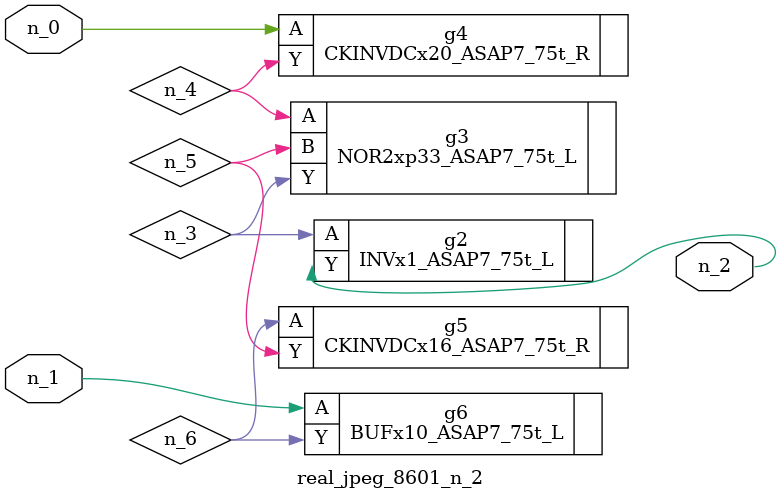
<source format=v>
module real_jpeg_8601_n_2 (n_1, n_0, n_2);

input n_1;
input n_0;

output n_2;

wire n_5;
wire n_4;
wire n_6;
wire n_3;

CKINVDCx20_ASAP7_75t_R g4 ( 
.A(n_0),
.Y(n_4)
);

BUFx10_ASAP7_75t_L g6 ( 
.A(n_1),
.Y(n_6)
);

INVx1_ASAP7_75t_L g2 ( 
.A(n_3),
.Y(n_2)
);

NOR2xp33_ASAP7_75t_L g3 ( 
.A(n_4),
.B(n_5),
.Y(n_3)
);

CKINVDCx16_ASAP7_75t_R g5 ( 
.A(n_6),
.Y(n_5)
);


endmodule
</source>
